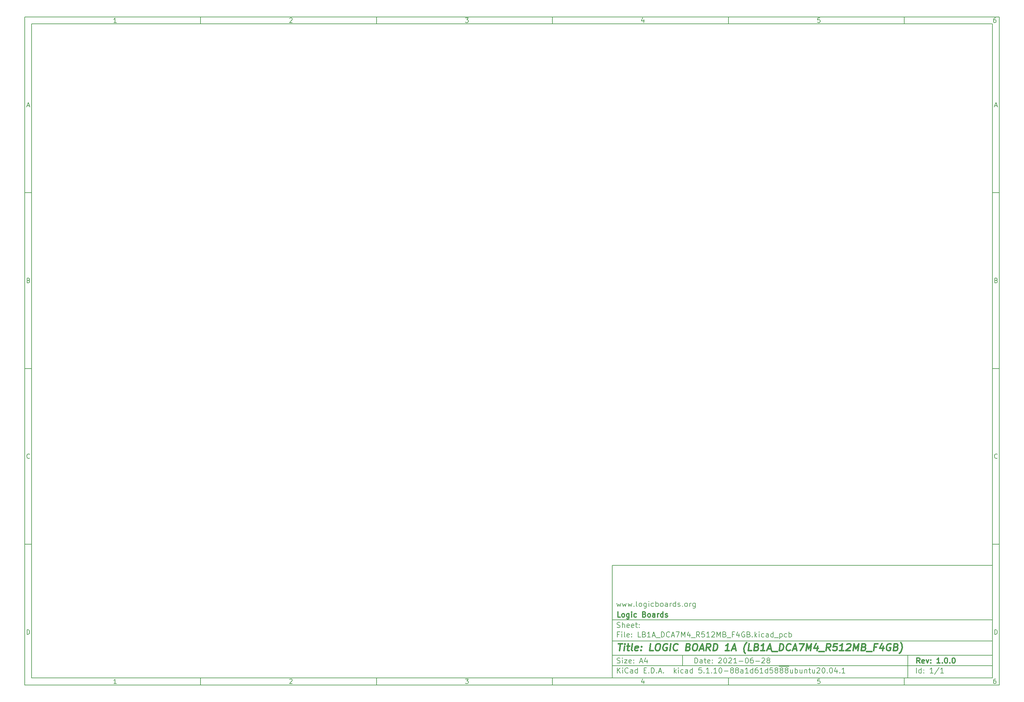
<source format=gbr>
%TF.GenerationSoftware,KiCad,Pcbnew,5.1.10-88a1d61d58~88~ubuntu20.04.1*%
%TF.CreationDate,2021-06-28T11:18:36+05:30*%
%TF.ProjectId,LB1A_DCA7M4_R512MB_F4GB,4c423141-5f44-4434-9137-4d345f523531,1.0.0*%
%TF.SameCoordinates,Original*%
%TF.FileFunction,Other,User*%
%FSLAX46Y46*%
G04 Gerber Fmt 4.6, Leading zero omitted, Abs format (unit mm)*
G04 Created by KiCad (PCBNEW 5.1.10-88a1d61d58~88~ubuntu20.04.1) date 2021-06-28 11:18:36*
%MOMM*%
%LPD*%
G01*
G04 APERTURE LIST*
%ADD10C,0.100000*%
%ADD11C,0.150000*%
%ADD12C,0.300000*%
%ADD13C,0.400000*%
G04 APERTURE END LIST*
D10*
D11*
X177002200Y-166007200D02*
X177002200Y-198007200D01*
X285002200Y-198007200D01*
X285002200Y-166007200D01*
X177002200Y-166007200D01*
D10*
D11*
X10000000Y-10000000D02*
X10000000Y-200007200D01*
X287002200Y-200007200D01*
X287002200Y-10000000D01*
X10000000Y-10000000D01*
D10*
D11*
X12000000Y-12000000D02*
X12000000Y-198007200D01*
X285002200Y-198007200D01*
X285002200Y-12000000D01*
X12000000Y-12000000D01*
D10*
D11*
X60000000Y-12000000D02*
X60000000Y-10000000D01*
D10*
D11*
X110000000Y-12000000D02*
X110000000Y-10000000D01*
D10*
D11*
X160000000Y-12000000D02*
X160000000Y-10000000D01*
D10*
D11*
X210000000Y-12000000D02*
X210000000Y-10000000D01*
D10*
D11*
X260000000Y-12000000D02*
X260000000Y-10000000D01*
D10*
D11*
X36065476Y-11588095D02*
X35322619Y-11588095D01*
X35694047Y-11588095D02*
X35694047Y-10288095D01*
X35570238Y-10473809D01*
X35446428Y-10597619D01*
X35322619Y-10659523D01*
D10*
D11*
X85322619Y-10411904D02*
X85384523Y-10350000D01*
X85508333Y-10288095D01*
X85817857Y-10288095D01*
X85941666Y-10350000D01*
X86003571Y-10411904D01*
X86065476Y-10535714D01*
X86065476Y-10659523D01*
X86003571Y-10845238D01*
X85260714Y-11588095D01*
X86065476Y-11588095D01*
D10*
D11*
X135260714Y-10288095D02*
X136065476Y-10288095D01*
X135632142Y-10783333D01*
X135817857Y-10783333D01*
X135941666Y-10845238D01*
X136003571Y-10907142D01*
X136065476Y-11030952D01*
X136065476Y-11340476D01*
X136003571Y-11464285D01*
X135941666Y-11526190D01*
X135817857Y-11588095D01*
X135446428Y-11588095D01*
X135322619Y-11526190D01*
X135260714Y-11464285D01*
D10*
D11*
X185941666Y-10721428D02*
X185941666Y-11588095D01*
X185632142Y-10226190D02*
X185322619Y-11154761D01*
X186127380Y-11154761D01*
D10*
D11*
X236003571Y-10288095D02*
X235384523Y-10288095D01*
X235322619Y-10907142D01*
X235384523Y-10845238D01*
X235508333Y-10783333D01*
X235817857Y-10783333D01*
X235941666Y-10845238D01*
X236003571Y-10907142D01*
X236065476Y-11030952D01*
X236065476Y-11340476D01*
X236003571Y-11464285D01*
X235941666Y-11526190D01*
X235817857Y-11588095D01*
X235508333Y-11588095D01*
X235384523Y-11526190D01*
X235322619Y-11464285D01*
D10*
D11*
X285941666Y-10288095D02*
X285694047Y-10288095D01*
X285570238Y-10350000D01*
X285508333Y-10411904D01*
X285384523Y-10597619D01*
X285322619Y-10845238D01*
X285322619Y-11340476D01*
X285384523Y-11464285D01*
X285446428Y-11526190D01*
X285570238Y-11588095D01*
X285817857Y-11588095D01*
X285941666Y-11526190D01*
X286003571Y-11464285D01*
X286065476Y-11340476D01*
X286065476Y-11030952D01*
X286003571Y-10907142D01*
X285941666Y-10845238D01*
X285817857Y-10783333D01*
X285570238Y-10783333D01*
X285446428Y-10845238D01*
X285384523Y-10907142D01*
X285322619Y-11030952D01*
D10*
D11*
X60000000Y-198007200D02*
X60000000Y-200007200D01*
D10*
D11*
X110000000Y-198007200D02*
X110000000Y-200007200D01*
D10*
D11*
X160000000Y-198007200D02*
X160000000Y-200007200D01*
D10*
D11*
X210000000Y-198007200D02*
X210000000Y-200007200D01*
D10*
D11*
X260000000Y-198007200D02*
X260000000Y-200007200D01*
D10*
D11*
X36065476Y-199595295D02*
X35322619Y-199595295D01*
X35694047Y-199595295D02*
X35694047Y-198295295D01*
X35570238Y-198481009D01*
X35446428Y-198604819D01*
X35322619Y-198666723D01*
D10*
D11*
X85322619Y-198419104D02*
X85384523Y-198357200D01*
X85508333Y-198295295D01*
X85817857Y-198295295D01*
X85941666Y-198357200D01*
X86003571Y-198419104D01*
X86065476Y-198542914D01*
X86065476Y-198666723D01*
X86003571Y-198852438D01*
X85260714Y-199595295D01*
X86065476Y-199595295D01*
D10*
D11*
X135260714Y-198295295D02*
X136065476Y-198295295D01*
X135632142Y-198790533D01*
X135817857Y-198790533D01*
X135941666Y-198852438D01*
X136003571Y-198914342D01*
X136065476Y-199038152D01*
X136065476Y-199347676D01*
X136003571Y-199471485D01*
X135941666Y-199533390D01*
X135817857Y-199595295D01*
X135446428Y-199595295D01*
X135322619Y-199533390D01*
X135260714Y-199471485D01*
D10*
D11*
X185941666Y-198728628D02*
X185941666Y-199595295D01*
X185632142Y-198233390D02*
X185322619Y-199161961D01*
X186127380Y-199161961D01*
D10*
D11*
X236003571Y-198295295D02*
X235384523Y-198295295D01*
X235322619Y-198914342D01*
X235384523Y-198852438D01*
X235508333Y-198790533D01*
X235817857Y-198790533D01*
X235941666Y-198852438D01*
X236003571Y-198914342D01*
X236065476Y-199038152D01*
X236065476Y-199347676D01*
X236003571Y-199471485D01*
X235941666Y-199533390D01*
X235817857Y-199595295D01*
X235508333Y-199595295D01*
X235384523Y-199533390D01*
X235322619Y-199471485D01*
D10*
D11*
X285941666Y-198295295D02*
X285694047Y-198295295D01*
X285570238Y-198357200D01*
X285508333Y-198419104D01*
X285384523Y-198604819D01*
X285322619Y-198852438D01*
X285322619Y-199347676D01*
X285384523Y-199471485D01*
X285446428Y-199533390D01*
X285570238Y-199595295D01*
X285817857Y-199595295D01*
X285941666Y-199533390D01*
X286003571Y-199471485D01*
X286065476Y-199347676D01*
X286065476Y-199038152D01*
X286003571Y-198914342D01*
X285941666Y-198852438D01*
X285817857Y-198790533D01*
X285570238Y-198790533D01*
X285446428Y-198852438D01*
X285384523Y-198914342D01*
X285322619Y-199038152D01*
D10*
D11*
X10000000Y-60000000D02*
X12000000Y-60000000D01*
D10*
D11*
X10000000Y-110000000D02*
X12000000Y-110000000D01*
D10*
D11*
X10000000Y-160000000D02*
X12000000Y-160000000D01*
D10*
D11*
X10690476Y-35216666D02*
X11309523Y-35216666D01*
X10566666Y-35588095D02*
X11000000Y-34288095D01*
X11433333Y-35588095D01*
D10*
D11*
X11092857Y-84907142D02*
X11278571Y-84969047D01*
X11340476Y-85030952D01*
X11402380Y-85154761D01*
X11402380Y-85340476D01*
X11340476Y-85464285D01*
X11278571Y-85526190D01*
X11154761Y-85588095D01*
X10659523Y-85588095D01*
X10659523Y-84288095D01*
X11092857Y-84288095D01*
X11216666Y-84350000D01*
X11278571Y-84411904D01*
X11340476Y-84535714D01*
X11340476Y-84659523D01*
X11278571Y-84783333D01*
X11216666Y-84845238D01*
X11092857Y-84907142D01*
X10659523Y-84907142D01*
D10*
D11*
X11402380Y-135464285D02*
X11340476Y-135526190D01*
X11154761Y-135588095D01*
X11030952Y-135588095D01*
X10845238Y-135526190D01*
X10721428Y-135402380D01*
X10659523Y-135278571D01*
X10597619Y-135030952D01*
X10597619Y-134845238D01*
X10659523Y-134597619D01*
X10721428Y-134473809D01*
X10845238Y-134350000D01*
X11030952Y-134288095D01*
X11154761Y-134288095D01*
X11340476Y-134350000D01*
X11402380Y-134411904D01*
D10*
D11*
X10659523Y-185588095D02*
X10659523Y-184288095D01*
X10969047Y-184288095D01*
X11154761Y-184350000D01*
X11278571Y-184473809D01*
X11340476Y-184597619D01*
X11402380Y-184845238D01*
X11402380Y-185030952D01*
X11340476Y-185278571D01*
X11278571Y-185402380D01*
X11154761Y-185526190D01*
X10969047Y-185588095D01*
X10659523Y-185588095D01*
D10*
D11*
X287002200Y-60000000D02*
X285002200Y-60000000D01*
D10*
D11*
X287002200Y-110000000D02*
X285002200Y-110000000D01*
D10*
D11*
X287002200Y-160000000D02*
X285002200Y-160000000D01*
D10*
D11*
X285692676Y-35216666D02*
X286311723Y-35216666D01*
X285568866Y-35588095D02*
X286002200Y-34288095D01*
X286435533Y-35588095D01*
D10*
D11*
X286095057Y-84907142D02*
X286280771Y-84969047D01*
X286342676Y-85030952D01*
X286404580Y-85154761D01*
X286404580Y-85340476D01*
X286342676Y-85464285D01*
X286280771Y-85526190D01*
X286156961Y-85588095D01*
X285661723Y-85588095D01*
X285661723Y-84288095D01*
X286095057Y-84288095D01*
X286218866Y-84350000D01*
X286280771Y-84411904D01*
X286342676Y-84535714D01*
X286342676Y-84659523D01*
X286280771Y-84783333D01*
X286218866Y-84845238D01*
X286095057Y-84907142D01*
X285661723Y-84907142D01*
D10*
D11*
X286404580Y-135464285D02*
X286342676Y-135526190D01*
X286156961Y-135588095D01*
X286033152Y-135588095D01*
X285847438Y-135526190D01*
X285723628Y-135402380D01*
X285661723Y-135278571D01*
X285599819Y-135030952D01*
X285599819Y-134845238D01*
X285661723Y-134597619D01*
X285723628Y-134473809D01*
X285847438Y-134350000D01*
X286033152Y-134288095D01*
X286156961Y-134288095D01*
X286342676Y-134350000D01*
X286404580Y-134411904D01*
D10*
D11*
X285661723Y-185588095D02*
X285661723Y-184288095D01*
X285971247Y-184288095D01*
X286156961Y-184350000D01*
X286280771Y-184473809D01*
X286342676Y-184597619D01*
X286404580Y-184845238D01*
X286404580Y-185030952D01*
X286342676Y-185278571D01*
X286280771Y-185402380D01*
X286156961Y-185526190D01*
X285971247Y-185588095D01*
X285661723Y-185588095D01*
D10*
D11*
X200434342Y-193785771D02*
X200434342Y-192285771D01*
X200791485Y-192285771D01*
X201005771Y-192357200D01*
X201148628Y-192500057D01*
X201220057Y-192642914D01*
X201291485Y-192928628D01*
X201291485Y-193142914D01*
X201220057Y-193428628D01*
X201148628Y-193571485D01*
X201005771Y-193714342D01*
X200791485Y-193785771D01*
X200434342Y-193785771D01*
X202577200Y-193785771D02*
X202577200Y-193000057D01*
X202505771Y-192857200D01*
X202362914Y-192785771D01*
X202077200Y-192785771D01*
X201934342Y-192857200D01*
X202577200Y-193714342D02*
X202434342Y-193785771D01*
X202077200Y-193785771D01*
X201934342Y-193714342D01*
X201862914Y-193571485D01*
X201862914Y-193428628D01*
X201934342Y-193285771D01*
X202077200Y-193214342D01*
X202434342Y-193214342D01*
X202577200Y-193142914D01*
X203077200Y-192785771D02*
X203648628Y-192785771D01*
X203291485Y-192285771D02*
X203291485Y-193571485D01*
X203362914Y-193714342D01*
X203505771Y-193785771D01*
X203648628Y-193785771D01*
X204720057Y-193714342D02*
X204577200Y-193785771D01*
X204291485Y-193785771D01*
X204148628Y-193714342D01*
X204077200Y-193571485D01*
X204077200Y-193000057D01*
X204148628Y-192857200D01*
X204291485Y-192785771D01*
X204577200Y-192785771D01*
X204720057Y-192857200D01*
X204791485Y-193000057D01*
X204791485Y-193142914D01*
X204077200Y-193285771D01*
X205434342Y-193642914D02*
X205505771Y-193714342D01*
X205434342Y-193785771D01*
X205362914Y-193714342D01*
X205434342Y-193642914D01*
X205434342Y-193785771D01*
X205434342Y-192857200D02*
X205505771Y-192928628D01*
X205434342Y-193000057D01*
X205362914Y-192928628D01*
X205434342Y-192857200D01*
X205434342Y-193000057D01*
X207220057Y-192428628D02*
X207291485Y-192357200D01*
X207434342Y-192285771D01*
X207791485Y-192285771D01*
X207934342Y-192357200D01*
X208005771Y-192428628D01*
X208077200Y-192571485D01*
X208077200Y-192714342D01*
X208005771Y-192928628D01*
X207148628Y-193785771D01*
X208077200Y-193785771D01*
X209005771Y-192285771D02*
X209148628Y-192285771D01*
X209291485Y-192357200D01*
X209362914Y-192428628D01*
X209434342Y-192571485D01*
X209505771Y-192857200D01*
X209505771Y-193214342D01*
X209434342Y-193500057D01*
X209362914Y-193642914D01*
X209291485Y-193714342D01*
X209148628Y-193785771D01*
X209005771Y-193785771D01*
X208862914Y-193714342D01*
X208791485Y-193642914D01*
X208720057Y-193500057D01*
X208648628Y-193214342D01*
X208648628Y-192857200D01*
X208720057Y-192571485D01*
X208791485Y-192428628D01*
X208862914Y-192357200D01*
X209005771Y-192285771D01*
X210077200Y-192428628D02*
X210148628Y-192357200D01*
X210291485Y-192285771D01*
X210648628Y-192285771D01*
X210791485Y-192357200D01*
X210862914Y-192428628D01*
X210934342Y-192571485D01*
X210934342Y-192714342D01*
X210862914Y-192928628D01*
X210005771Y-193785771D01*
X210934342Y-193785771D01*
X212362914Y-193785771D02*
X211505771Y-193785771D01*
X211934342Y-193785771D02*
X211934342Y-192285771D01*
X211791485Y-192500057D01*
X211648628Y-192642914D01*
X211505771Y-192714342D01*
X213005771Y-193214342D02*
X214148628Y-193214342D01*
X215148628Y-192285771D02*
X215291485Y-192285771D01*
X215434342Y-192357200D01*
X215505771Y-192428628D01*
X215577200Y-192571485D01*
X215648628Y-192857200D01*
X215648628Y-193214342D01*
X215577200Y-193500057D01*
X215505771Y-193642914D01*
X215434342Y-193714342D01*
X215291485Y-193785771D01*
X215148628Y-193785771D01*
X215005771Y-193714342D01*
X214934342Y-193642914D01*
X214862914Y-193500057D01*
X214791485Y-193214342D01*
X214791485Y-192857200D01*
X214862914Y-192571485D01*
X214934342Y-192428628D01*
X215005771Y-192357200D01*
X215148628Y-192285771D01*
X216934342Y-192285771D02*
X216648628Y-192285771D01*
X216505771Y-192357200D01*
X216434342Y-192428628D01*
X216291485Y-192642914D01*
X216220057Y-192928628D01*
X216220057Y-193500057D01*
X216291485Y-193642914D01*
X216362914Y-193714342D01*
X216505771Y-193785771D01*
X216791485Y-193785771D01*
X216934342Y-193714342D01*
X217005771Y-193642914D01*
X217077200Y-193500057D01*
X217077200Y-193142914D01*
X217005771Y-193000057D01*
X216934342Y-192928628D01*
X216791485Y-192857200D01*
X216505771Y-192857200D01*
X216362914Y-192928628D01*
X216291485Y-193000057D01*
X216220057Y-193142914D01*
X217720057Y-193214342D02*
X218862914Y-193214342D01*
X219505771Y-192428628D02*
X219577200Y-192357200D01*
X219720057Y-192285771D01*
X220077200Y-192285771D01*
X220220057Y-192357200D01*
X220291485Y-192428628D01*
X220362914Y-192571485D01*
X220362914Y-192714342D01*
X220291485Y-192928628D01*
X219434342Y-193785771D01*
X220362914Y-193785771D01*
X221220057Y-192928628D02*
X221077200Y-192857200D01*
X221005771Y-192785771D01*
X220934342Y-192642914D01*
X220934342Y-192571485D01*
X221005771Y-192428628D01*
X221077200Y-192357200D01*
X221220057Y-192285771D01*
X221505771Y-192285771D01*
X221648628Y-192357200D01*
X221720057Y-192428628D01*
X221791485Y-192571485D01*
X221791485Y-192642914D01*
X221720057Y-192785771D01*
X221648628Y-192857200D01*
X221505771Y-192928628D01*
X221220057Y-192928628D01*
X221077200Y-193000057D01*
X221005771Y-193071485D01*
X220934342Y-193214342D01*
X220934342Y-193500057D01*
X221005771Y-193642914D01*
X221077200Y-193714342D01*
X221220057Y-193785771D01*
X221505771Y-193785771D01*
X221648628Y-193714342D01*
X221720057Y-193642914D01*
X221791485Y-193500057D01*
X221791485Y-193214342D01*
X221720057Y-193071485D01*
X221648628Y-193000057D01*
X221505771Y-192928628D01*
D10*
D11*
X177002200Y-194507200D02*
X285002200Y-194507200D01*
D10*
D11*
X178434342Y-196585771D02*
X178434342Y-195085771D01*
X179291485Y-196585771D02*
X178648628Y-195728628D01*
X179291485Y-195085771D02*
X178434342Y-195942914D01*
X179934342Y-196585771D02*
X179934342Y-195585771D01*
X179934342Y-195085771D02*
X179862914Y-195157200D01*
X179934342Y-195228628D01*
X180005771Y-195157200D01*
X179934342Y-195085771D01*
X179934342Y-195228628D01*
X181505771Y-196442914D02*
X181434342Y-196514342D01*
X181220057Y-196585771D01*
X181077200Y-196585771D01*
X180862914Y-196514342D01*
X180720057Y-196371485D01*
X180648628Y-196228628D01*
X180577200Y-195942914D01*
X180577200Y-195728628D01*
X180648628Y-195442914D01*
X180720057Y-195300057D01*
X180862914Y-195157200D01*
X181077200Y-195085771D01*
X181220057Y-195085771D01*
X181434342Y-195157200D01*
X181505771Y-195228628D01*
X182791485Y-196585771D02*
X182791485Y-195800057D01*
X182720057Y-195657200D01*
X182577200Y-195585771D01*
X182291485Y-195585771D01*
X182148628Y-195657200D01*
X182791485Y-196514342D02*
X182648628Y-196585771D01*
X182291485Y-196585771D01*
X182148628Y-196514342D01*
X182077200Y-196371485D01*
X182077200Y-196228628D01*
X182148628Y-196085771D01*
X182291485Y-196014342D01*
X182648628Y-196014342D01*
X182791485Y-195942914D01*
X184148628Y-196585771D02*
X184148628Y-195085771D01*
X184148628Y-196514342D02*
X184005771Y-196585771D01*
X183720057Y-196585771D01*
X183577200Y-196514342D01*
X183505771Y-196442914D01*
X183434342Y-196300057D01*
X183434342Y-195871485D01*
X183505771Y-195728628D01*
X183577200Y-195657200D01*
X183720057Y-195585771D01*
X184005771Y-195585771D01*
X184148628Y-195657200D01*
X186005771Y-195800057D02*
X186505771Y-195800057D01*
X186720057Y-196585771D02*
X186005771Y-196585771D01*
X186005771Y-195085771D01*
X186720057Y-195085771D01*
X187362914Y-196442914D02*
X187434342Y-196514342D01*
X187362914Y-196585771D01*
X187291485Y-196514342D01*
X187362914Y-196442914D01*
X187362914Y-196585771D01*
X188077200Y-196585771D02*
X188077200Y-195085771D01*
X188434342Y-195085771D01*
X188648628Y-195157200D01*
X188791485Y-195300057D01*
X188862914Y-195442914D01*
X188934342Y-195728628D01*
X188934342Y-195942914D01*
X188862914Y-196228628D01*
X188791485Y-196371485D01*
X188648628Y-196514342D01*
X188434342Y-196585771D01*
X188077200Y-196585771D01*
X189577200Y-196442914D02*
X189648628Y-196514342D01*
X189577200Y-196585771D01*
X189505771Y-196514342D01*
X189577200Y-196442914D01*
X189577200Y-196585771D01*
X190220057Y-196157200D02*
X190934342Y-196157200D01*
X190077200Y-196585771D02*
X190577200Y-195085771D01*
X191077200Y-196585771D01*
X191577200Y-196442914D02*
X191648628Y-196514342D01*
X191577200Y-196585771D01*
X191505771Y-196514342D01*
X191577200Y-196442914D01*
X191577200Y-196585771D01*
X194577200Y-196585771D02*
X194577200Y-195085771D01*
X194720057Y-196014342D02*
X195148628Y-196585771D01*
X195148628Y-195585771D02*
X194577200Y-196157200D01*
X195791485Y-196585771D02*
X195791485Y-195585771D01*
X195791485Y-195085771D02*
X195720057Y-195157200D01*
X195791485Y-195228628D01*
X195862914Y-195157200D01*
X195791485Y-195085771D01*
X195791485Y-195228628D01*
X197148628Y-196514342D02*
X197005771Y-196585771D01*
X196720057Y-196585771D01*
X196577200Y-196514342D01*
X196505771Y-196442914D01*
X196434342Y-196300057D01*
X196434342Y-195871485D01*
X196505771Y-195728628D01*
X196577200Y-195657200D01*
X196720057Y-195585771D01*
X197005771Y-195585771D01*
X197148628Y-195657200D01*
X198434342Y-196585771D02*
X198434342Y-195800057D01*
X198362914Y-195657200D01*
X198220057Y-195585771D01*
X197934342Y-195585771D01*
X197791485Y-195657200D01*
X198434342Y-196514342D02*
X198291485Y-196585771D01*
X197934342Y-196585771D01*
X197791485Y-196514342D01*
X197720057Y-196371485D01*
X197720057Y-196228628D01*
X197791485Y-196085771D01*
X197934342Y-196014342D01*
X198291485Y-196014342D01*
X198434342Y-195942914D01*
X199791485Y-196585771D02*
X199791485Y-195085771D01*
X199791485Y-196514342D02*
X199648628Y-196585771D01*
X199362914Y-196585771D01*
X199220057Y-196514342D01*
X199148628Y-196442914D01*
X199077200Y-196300057D01*
X199077200Y-195871485D01*
X199148628Y-195728628D01*
X199220057Y-195657200D01*
X199362914Y-195585771D01*
X199648628Y-195585771D01*
X199791485Y-195657200D01*
X202362914Y-195085771D02*
X201648628Y-195085771D01*
X201577200Y-195800057D01*
X201648628Y-195728628D01*
X201791485Y-195657200D01*
X202148628Y-195657200D01*
X202291485Y-195728628D01*
X202362914Y-195800057D01*
X202434342Y-195942914D01*
X202434342Y-196300057D01*
X202362914Y-196442914D01*
X202291485Y-196514342D01*
X202148628Y-196585771D01*
X201791485Y-196585771D01*
X201648628Y-196514342D01*
X201577200Y-196442914D01*
X203077200Y-196442914D02*
X203148628Y-196514342D01*
X203077200Y-196585771D01*
X203005771Y-196514342D01*
X203077200Y-196442914D01*
X203077200Y-196585771D01*
X204577200Y-196585771D02*
X203720057Y-196585771D01*
X204148628Y-196585771D02*
X204148628Y-195085771D01*
X204005771Y-195300057D01*
X203862914Y-195442914D01*
X203720057Y-195514342D01*
X205220057Y-196442914D02*
X205291485Y-196514342D01*
X205220057Y-196585771D01*
X205148628Y-196514342D01*
X205220057Y-196442914D01*
X205220057Y-196585771D01*
X206720057Y-196585771D02*
X205862914Y-196585771D01*
X206291485Y-196585771D02*
X206291485Y-195085771D01*
X206148628Y-195300057D01*
X206005771Y-195442914D01*
X205862914Y-195514342D01*
X207648628Y-195085771D02*
X207791485Y-195085771D01*
X207934342Y-195157200D01*
X208005771Y-195228628D01*
X208077200Y-195371485D01*
X208148628Y-195657200D01*
X208148628Y-196014342D01*
X208077200Y-196300057D01*
X208005771Y-196442914D01*
X207934342Y-196514342D01*
X207791485Y-196585771D01*
X207648628Y-196585771D01*
X207505771Y-196514342D01*
X207434342Y-196442914D01*
X207362914Y-196300057D01*
X207291485Y-196014342D01*
X207291485Y-195657200D01*
X207362914Y-195371485D01*
X207434342Y-195228628D01*
X207505771Y-195157200D01*
X207648628Y-195085771D01*
X208791485Y-196014342D02*
X209934342Y-196014342D01*
X210862914Y-195728628D02*
X210720057Y-195657200D01*
X210648628Y-195585771D01*
X210577200Y-195442914D01*
X210577200Y-195371485D01*
X210648628Y-195228628D01*
X210720057Y-195157200D01*
X210862914Y-195085771D01*
X211148628Y-195085771D01*
X211291485Y-195157200D01*
X211362914Y-195228628D01*
X211434342Y-195371485D01*
X211434342Y-195442914D01*
X211362914Y-195585771D01*
X211291485Y-195657200D01*
X211148628Y-195728628D01*
X210862914Y-195728628D01*
X210720057Y-195800057D01*
X210648628Y-195871485D01*
X210577200Y-196014342D01*
X210577200Y-196300057D01*
X210648628Y-196442914D01*
X210720057Y-196514342D01*
X210862914Y-196585771D01*
X211148628Y-196585771D01*
X211291485Y-196514342D01*
X211362914Y-196442914D01*
X211434342Y-196300057D01*
X211434342Y-196014342D01*
X211362914Y-195871485D01*
X211291485Y-195800057D01*
X211148628Y-195728628D01*
X212291485Y-195728628D02*
X212148628Y-195657200D01*
X212077200Y-195585771D01*
X212005771Y-195442914D01*
X212005771Y-195371485D01*
X212077200Y-195228628D01*
X212148628Y-195157200D01*
X212291485Y-195085771D01*
X212577200Y-195085771D01*
X212720057Y-195157200D01*
X212791485Y-195228628D01*
X212862914Y-195371485D01*
X212862914Y-195442914D01*
X212791485Y-195585771D01*
X212720057Y-195657200D01*
X212577200Y-195728628D01*
X212291485Y-195728628D01*
X212148628Y-195800057D01*
X212077200Y-195871485D01*
X212005771Y-196014342D01*
X212005771Y-196300057D01*
X212077200Y-196442914D01*
X212148628Y-196514342D01*
X212291485Y-196585771D01*
X212577200Y-196585771D01*
X212720057Y-196514342D01*
X212791485Y-196442914D01*
X212862914Y-196300057D01*
X212862914Y-196014342D01*
X212791485Y-195871485D01*
X212720057Y-195800057D01*
X212577200Y-195728628D01*
X214148628Y-196585771D02*
X214148628Y-195800057D01*
X214077200Y-195657200D01*
X213934342Y-195585771D01*
X213648628Y-195585771D01*
X213505771Y-195657200D01*
X214148628Y-196514342D02*
X214005771Y-196585771D01*
X213648628Y-196585771D01*
X213505771Y-196514342D01*
X213434342Y-196371485D01*
X213434342Y-196228628D01*
X213505771Y-196085771D01*
X213648628Y-196014342D01*
X214005771Y-196014342D01*
X214148628Y-195942914D01*
X215648628Y-196585771D02*
X214791485Y-196585771D01*
X215220057Y-196585771D02*
X215220057Y-195085771D01*
X215077200Y-195300057D01*
X214934342Y-195442914D01*
X214791485Y-195514342D01*
X216934342Y-196585771D02*
X216934342Y-195085771D01*
X216934342Y-196514342D02*
X216791485Y-196585771D01*
X216505771Y-196585771D01*
X216362914Y-196514342D01*
X216291485Y-196442914D01*
X216220057Y-196300057D01*
X216220057Y-195871485D01*
X216291485Y-195728628D01*
X216362914Y-195657200D01*
X216505771Y-195585771D01*
X216791485Y-195585771D01*
X216934342Y-195657200D01*
X218291485Y-195085771D02*
X218005771Y-195085771D01*
X217862914Y-195157200D01*
X217791485Y-195228628D01*
X217648628Y-195442914D01*
X217577200Y-195728628D01*
X217577200Y-196300057D01*
X217648628Y-196442914D01*
X217720057Y-196514342D01*
X217862914Y-196585771D01*
X218148628Y-196585771D01*
X218291485Y-196514342D01*
X218362914Y-196442914D01*
X218434342Y-196300057D01*
X218434342Y-195942914D01*
X218362914Y-195800057D01*
X218291485Y-195728628D01*
X218148628Y-195657200D01*
X217862914Y-195657200D01*
X217720057Y-195728628D01*
X217648628Y-195800057D01*
X217577200Y-195942914D01*
X219862914Y-196585771D02*
X219005771Y-196585771D01*
X219434342Y-196585771D02*
X219434342Y-195085771D01*
X219291485Y-195300057D01*
X219148628Y-195442914D01*
X219005771Y-195514342D01*
X221148628Y-196585771D02*
X221148628Y-195085771D01*
X221148628Y-196514342D02*
X221005771Y-196585771D01*
X220720057Y-196585771D01*
X220577200Y-196514342D01*
X220505771Y-196442914D01*
X220434342Y-196300057D01*
X220434342Y-195871485D01*
X220505771Y-195728628D01*
X220577200Y-195657200D01*
X220720057Y-195585771D01*
X221005771Y-195585771D01*
X221148628Y-195657200D01*
X222577200Y-195085771D02*
X221862914Y-195085771D01*
X221791485Y-195800057D01*
X221862914Y-195728628D01*
X222005771Y-195657200D01*
X222362914Y-195657200D01*
X222505771Y-195728628D01*
X222577200Y-195800057D01*
X222648628Y-195942914D01*
X222648628Y-196300057D01*
X222577200Y-196442914D01*
X222505771Y-196514342D01*
X222362914Y-196585771D01*
X222005771Y-196585771D01*
X221862914Y-196514342D01*
X221791485Y-196442914D01*
X223505771Y-195728628D02*
X223362914Y-195657200D01*
X223291485Y-195585771D01*
X223220057Y-195442914D01*
X223220057Y-195371485D01*
X223291485Y-195228628D01*
X223362914Y-195157200D01*
X223505771Y-195085771D01*
X223791485Y-195085771D01*
X223934342Y-195157200D01*
X224005771Y-195228628D01*
X224077200Y-195371485D01*
X224077200Y-195442914D01*
X224005771Y-195585771D01*
X223934342Y-195657200D01*
X223791485Y-195728628D01*
X223505771Y-195728628D01*
X223362914Y-195800057D01*
X223291485Y-195871485D01*
X223220057Y-196014342D01*
X223220057Y-196300057D01*
X223291485Y-196442914D01*
X223362914Y-196514342D01*
X223505771Y-196585771D01*
X223791485Y-196585771D01*
X223934342Y-196514342D01*
X224005771Y-196442914D01*
X224077200Y-196300057D01*
X224077200Y-196014342D01*
X224005771Y-195871485D01*
X223934342Y-195800057D01*
X223791485Y-195728628D01*
X224362914Y-194677200D02*
X225791485Y-194677200D01*
X224934342Y-195728628D02*
X224791485Y-195657200D01*
X224720057Y-195585771D01*
X224648628Y-195442914D01*
X224648628Y-195371485D01*
X224720057Y-195228628D01*
X224791485Y-195157200D01*
X224934342Y-195085771D01*
X225220057Y-195085771D01*
X225362914Y-195157200D01*
X225434342Y-195228628D01*
X225505771Y-195371485D01*
X225505771Y-195442914D01*
X225434342Y-195585771D01*
X225362914Y-195657200D01*
X225220057Y-195728628D01*
X224934342Y-195728628D01*
X224791485Y-195800057D01*
X224720057Y-195871485D01*
X224648628Y-196014342D01*
X224648628Y-196300057D01*
X224720057Y-196442914D01*
X224791485Y-196514342D01*
X224934342Y-196585771D01*
X225220057Y-196585771D01*
X225362914Y-196514342D01*
X225434342Y-196442914D01*
X225505771Y-196300057D01*
X225505771Y-196014342D01*
X225434342Y-195871485D01*
X225362914Y-195800057D01*
X225220057Y-195728628D01*
X225791485Y-194677200D02*
X227220057Y-194677200D01*
X226362914Y-195728628D02*
X226220057Y-195657200D01*
X226148628Y-195585771D01*
X226077199Y-195442914D01*
X226077199Y-195371485D01*
X226148628Y-195228628D01*
X226220057Y-195157200D01*
X226362914Y-195085771D01*
X226648628Y-195085771D01*
X226791485Y-195157200D01*
X226862914Y-195228628D01*
X226934342Y-195371485D01*
X226934342Y-195442914D01*
X226862914Y-195585771D01*
X226791485Y-195657200D01*
X226648628Y-195728628D01*
X226362914Y-195728628D01*
X226220057Y-195800057D01*
X226148628Y-195871485D01*
X226077199Y-196014342D01*
X226077199Y-196300057D01*
X226148628Y-196442914D01*
X226220057Y-196514342D01*
X226362914Y-196585771D01*
X226648628Y-196585771D01*
X226791485Y-196514342D01*
X226862914Y-196442914D01*
X226934342Y-196300057D01*
X226934342Y-196014342D01*
X226862914Y-195871485D01*
X226791485Y-195800057D01*
X226648628Y-195728628D01*
X228220057Y-195585771D02*
X228220057Y-196585771D01*
X227577199Y-195585771D02*
X227577199Y-196371485D01*
X227648628Y-196514342D01*
X227791485Y-196585771D01*
X228005771Y-196585771D01*
X228148628Y-196514342D01*
X228220057Y-196442914D01*
X228934342Y-196585771D02*
X228934342Y-195085771D01*
X228934342Y-195657200D02*
X229077199Y-195585771D01*
X229362914Y-195585771D01*
X229505771Y-195657200D01*
X229577199Y-195728628D01*
X229648628Y-195871485D01*
X229648628Y-196300057D01*
X229577199Y-196442914D01*
X229505771Y-196514342D01*
X229362914Y-196585771D01*
X229077199Y-196585771D01*
X228934342Y-196514342D01*
X230934342Y-195585771D02*
X230934342Y-196585771D01*
X230291485Y-195585771D02*
X230291485Y-196371485D01*
X230362914Y-196514342D01*
X230505771Y-196585771D01*
X230720057Y-196585771D01*
X230862914Y-196514342D01*
X230934342Y-196442914D01*
X231648628Y-195585771D02*
X231648628Y-196585771D01*
X231648628Y-195728628D02*
X231720057Y-195657200D01*
X231862914Y-195585771D01*
X232077199Y-195585771D01*
X232220057Y-195657200D01*
X232291485Y-195800057D01*
X232291485Y-196585771D01*
X232791485Y-195585771D02*
X233362914Y-195585771D01*
X233005771Y-195085771D02*
X233005771Y-196371485D01*
X233077199Y-196514342D01*
X233220057Y-196585771D01*
X233362914Y-196585771D01*
X234505771Y-195585771D02*
X234505771Y-196585771D01*
X233862914Y-195585771D02*
X233862914Y-196371485D01*
X233934342Y-196514342D01*
X234077200Y-196585771D01*
X234291485Y-196585771D01*
X234434342Y-196514342D01*
X234505771Y-196442914D01*
X235148628Y-195228628D02*
X235220057Y-195157200D01*
X235362914Y-195085771D01*
X235720057Y-195085771D01*
X235862914Y-195157200D01*
X235934342Y-195228628D01*
X236005771Y-195371485D01*
X236005771Y-195514342D01*
X235934342Y-195728628D01*
X235077200Y-196585771D01*
X236005771Y-196585771D01*
X236934342Y-195085771D02*
X237077199Y-195085771D01*
X237220057Y-195157200D01*
X237291485Y-195228628D01*
X237362914Y-195371485D01*
X237434342Y-195657200D01*
X237434342Y-196014342D01*
X237362914Y-196300057D01*
X237291485Y-196442914D01*
X237220057Y-196514342D01*
X237077199Y-196585771D01*
X236934342Y-196585771D01*
X236791485Y-196514342D01*
X236720057Y-196442914D01*
X236648628Y-196300057D01*
X236577199Y-196014342D01*
X236577199Y-195657200D01*
X236648628Y-195371485D01*
X236720057Y-195228628D01*
X236791485Y-195157200D01*
X236934342Y-195085771D01*
X238077199Y-196442914D02*
X238148628Y-196514342D01*
X238077199Y-196585771D01*
X238005771Y-196514342D01*
X238077199Y-196442914D01*
X238077199Y-196585771D01*
X239077199Y-195085771D02*
X239220057Y-195085771D01*
X239362914Y-195157200D01*
X239434342Y-195228628D01*
X239505771Y-195371485D01*
X239577199Y-195657200D01*
X239577199Y-196014342D01*
X239505771Y-196300057D01*
X239434342Y-196442914D01*
X239362914Y-196514342D01*
X239220057Y-196585771D01*
X239077199Y-196585771D01*
X238934342Y-196514342D01*
X238862914Y-196442914D01*
X238791485Y-196300057D01*
X238720057Y-196014342D01*
X238720057Y-195657200D01*
X238791485Y-195371485D01*
X238862914Y-195228628D01*
X238934342Y-195157200D01*
X239077199Y-195085771D01*
X240862914Y-195585771D02*
X240862914Y-196585771D01*
X240505771Y-195014342D02*
X240148628Y-196085771D01*
X241077199Y-196085771D01*
X241648628Y-196442914D02*
X241720057Y-196514342D01*
X241648628Y-196585771D01*
X241577199Y-196514342D01*
X241648628Y-196442914D01*
X241648628Y-196585771D01*
X243148628Y-196585771D02*
X242291485Y-196585771D01*
X242720057Y-196585771D02*
X242720057Y-195085771D01*
X242577199Y-195300057D01*
X242434342Y-195442914D01*
X242291485Y-195514342D01*
D10*
D11*
X177002200Y-191507200D02*
X285002200Y-191507200D01*
D10*
D12*
X264411485Y-193785771D02*
X263911485Y-193071485D01*
X263554342Y-193785771D02*
X263554342Y-192285771D01*
X264125771Y-192285771D01*
X264268628Y-192357200D01*
X264340057Y-192428628D01*
X264411485Y-192571485D01*
X264411485Y-192785771D01*
X264340057Y-192928628D01*
X264268628Y-193000057D01*
X264125771Y-193071485D01*
X263554342Y-193071485D01*
X265625771Y-193714342D02*
X265482914Y-193785771D01*
X265197200Y-193785771D01*
X265054342Y-193714342D01*
X264982914Y-193571485D01*
X264982914Y-193000057D01*
X265054342Y-192857200D01*
X265197200Y-192785771D01*
X265482914Y-192785771D01*
X265625771Y-192857200D01*
X265697200Y-193000057D01*
X265697200Y-193142914D01*
X264982914Y-193285771D01*
X266197200Y-192785771D02*
X266554342Y-193785771D01*
X266911485Y-192785771D01*
X267482914Y-193642914D02*
X267554342Y-193714342D01*
X267482914Y-193785771D01*
X267411485Y-193714342D01*
X267482914Y-193642914D01*
X267482914Y-193785771D01*
X267482914Y-192857200D02*
X267554342Y-192928628D01*
X267482914Y-193000057D01*
X267411485Y-192928628D01*
X267482914Y-192857200D01*
X267482914Y-193000057D01*
X270125771Y-193785771D02*
X269268628Y-193785771D01*
X269697200Y-193785771D02*
X269697200Y-192285771D01*
X269554342Y-192500057D01*
X269411485Y-192642914D01*
X269268628Y-192714342D01*
X270768628Y-193642914D02*
X270840057Y-193714342D01*
X270768628Y-193785771D01*
X270697200Y-193714342D01*
X270768628Y-193642914D01*
X270768628Y-193785771D01*
X271768628Y-192285771D02*
X271911485Y-192285771D01*
X272054342Y-192357200D01*
X272125771Y-192428628D01*
X272197200Y-192571485D01*
X272268628Y-192857200D01*
X272268628Y-193214342D01*
X272197200Y-193500057D01*
X272125771Y-193642914D01*
X272054342Y-193714342D01*
X271911485Y-193785771D01*
X271768628Y-193785771D01*
X271625771Y-193714342D01*
X271554342Y-193642914D01*
X271482914Y-193500057D01*
X271411485Y-193214342D01*
X271411485Y-192857200D01*
X271482914Y-192571485D01*
X271554342Y-192428628D01*
X271625771Y-192357200D01*
X271768628Y-192285771D01*
X272911485Y-193642914D02*
X272982914Y-193714342D01*
X272911485Y-193785771D01*
X272840057Y-193714342D01*
X272911485Y-193642914D01*
X272911485Y-193785771D01*
X273911485Y-192285771D02*
X274054342Y-192285771D01*
X274197200Y-192357200D01*
X274268628Y-192428628D01*
X274340057Y-192571485D01*
X274411485Y-192857200D01*
X274411485Y-193214342D01*
X274340057Y-193500057D01*
X274268628Y-193642914D01*
X274197200Y-193714342D01*
X274054342Y-193785771D01*
X273911485Y-193785771D01*
X273768628Y-193714342D01*
X273697200Y-193642914D01*
X273625771Y-193500057D01*
X273554342Y-193214342D01*
X273554342Y-192857200D01*
X273625771Y-192571485D01*
X273697200Y-192428628D01*
X273768628Y-192357200D01*
X273911485Y-192285771D01*
D10*
D11*
X178362914Y-193714342D02*
X178577200Y-193785771D01*
X178934342Y-193785771D01*
X179077200Y-193714342D01*
X179148628Y-193642914D01*
X179220057Y-193500057D01*
X179220057Y-193357200D01*
X179148628Y-193214342D01*
X179077200Y-193142914D01*
X178934342Y-193071485D01*
X178648628Y-193000057D01*
X178505771Y-192928628D01*
X178434342Y-192857200D01*
X178362914Y-192714342D01*
X178362914Y-192571485D01*
X178434342Y-192428628D01*
X178505771Y-192357200D01*
X178648628Y-192285771D01*
X179005771Y-192285771D01*
X179220057Y-192357200D01*
X179862914Y-193785771D02*
X179862914Y-192785771D01*
X179862914Y-192285771D02*
X179791485Y-192357200D01*
X179862914Y-192428628D01*
X179934342Y-192357200D01*
X179862914Y-192285771D01*
X179862914Y-192428628D01*
X180434342Y-192785771D02*
X181220057Y-192785771D01*
X180434342Y-193785771D01*
X181220057Y-193785771D01*
X182362914Y-193714342D02*
X182220057Y-193785771D01*
X181934342Y-193785771D01*
X181791485Y-193714342D01*
X181720057Y-193571485D01*
X181720057Y-193000057D01*
X181791485Y-192857200D01*
X181934342Y-192785771D01*
X182220057Y-192785771D01*
X182362914Y-192857200D01*
X182434342Y-193000057D01*
X182434342Y-193142914D01*
X181720057Y-193285771D01*
X183077200Y-193642914D02*
X183148628Y-193714342D01*
X183077200Y-193785771D01*
X183005771Y-193714342D01*
X183077200Y-193642914D01*
X183077200Y-193785771D01*
X183077200Y-192857200D02*
X183148628Y-192928628D01*
X183077200Y-193000057D01*
X183005771Y-192928628D01*
X183077200Y-192857200D01*
X183077200Y-193000057D01*
X184862914Y-193357200D02*
X185577200Y-193357200D01*
X184720057Y-193785771D02*
X185220057Y-192285771D01*
X185720057Y-193785771D01*
X186862914Y-192785771D02*
X186862914Y-193785771D01*
X186505771Y-192214342D02*
X186148628Y-193285771D01*
X187077200Y-193285771D01*
D10*
D11*
X263434342Y-196585771D02*
X263434342Y-195085771D01*
X264791485Y-196585771D02*
X264791485Y-195085771D01*
X264791485Y-196514342D02*
X264648628Y-196585771D01*
X264362914Y-196585771D01*
X264220057Y-196514342D01*
X264148628Y-196442914D01*
X264077200Y-196300057D01*
X264077200Y-195871485D01*
X264148628Y-195728628D01*
X264220057Y-195657200D01*
X264362914Y-195585771D01*
X264648628Y-195585771D01*
X264791485Y-195657200D01*
X265505771Y-196442914D02*
X265577200Y-196514342D01*
X265505771Y-196585771D01*
X265434342Y-196514342D01*
X265505771Y-196442914D01*
X265505771Y-196585771D01*
X265505771Y-195657200D02*
X265577200Y-195728628D01*
X265505771Y-195800057D01*
X265434342Y-195728628D01*
X265505771Y-195657200D01*
X265505771Y-195800057D01*
X268148628Y-196585771D02*
X267291485Y-196585771D01*
X267720057Y-196585771D02*
X267720057Y-195085771D01*
X267577200Y-195300057D01*
X267434342Y-195442914D01*
X267291485Y-195514342D01*
X269862914Y-195014342D02*
X268577200Y-196942914D01*
X271148628Y-196585771D02*
X270291485Y-196585771D01*
X270720057Y-196585771D02*
X270720057Y-195085771D01*
X270577200Y-195300057D01*
X270434342Y-195442914D01*
X270291485Y-195514342D01*
D10*
D11*
X177002200Y-187507200D02*
X285002200Y-187507200D01*
D10*
D13*
X178714580Y-188211961D02*
X179857438Y-188211961D01*
X179036009Y-190211961D02*
X179286009Y-188211961D01*
X180274104Y-190211961D02*
X180440771Y-188878628D01*
X180524104Y-188211961D02*
X180416961Y-188307200D01*
X180500295Y-188402438D01*
X180607438Y-188307200D01*
X180524104Y-188211961D01*
X180500295Y-188402438D01*
X181107438Y-188878628D02*
X181869342Y-188878628D01*
X181476485Y-188211961D02*
X181262200Y-189926247D01*
X181333628Y-190116723D01*
X181512200Y-190211961D01*
X181702676Y-190211961D01*
X182655057Y-190211961D02*
X182476485Y-190116723D01*
X182405057Y-189926247D01*
X182619342Y-188211961D01*
X184190771Y-190116723D02*
X183988390Y-190211961D01*
X183607438Y-190211961D01*
X183428866Y-190116723D01*
X183357438Y-189926247D01*
X183452676Y-189164342D01*
X183571723Y-188973866D01*
X183774104Y-188878628D01*
X184155057Y-188878628D01*
X184333628Y-188973866D01*
X184405057Y-189164342D01*
X184381247Y-189354819D01*
X183405057Y-189545295D01*
X185155057Y-190021485D02*
X185238390Y-190116723D01*
X185131247Y-190211961D01*
X185047914Y-190116723D01*
X185155057Y-190021485D01*
X185131247Y-190211961D01*
X185286009Y-188973866D02*
X185369342Y-189069104D01*
X185262200Y-189164342D01*
X185178866Y-189069104D01*
X185286009Y-188973866D01*
X185262200Y-189164342D01*
X188559819Y-190211961D02*
X187607438Y-190211961D01*
X187857438Y-188211961D01*
X189857438Y-188211961D02*
X190238390Y-188211961D01*
X190416961Y-188307200D01*
X190583628Y-188497676D01*
X190631247Y-188878628D01*
X190547914Y-189545295D01*
X190405057Y-189926247D01*
X190190771Y-190116723D01*
X189988390Y-190211961D01*
X189607438Y-190211961D01*
X189428866Y-190116723D01*
X189262200Y-189926247D01*
X189214580Y-189545295D01*
X189297914Y-188878628D01*
X189440771Y-188497676D01*
X189655057Y-188307200D01*
X189857438Y-188211961D01*
X192607438Y-188307200D02*
X192428866Y-188211961D01*
X192143152Y-188211961D01*
X191845533Y-188307200D01*
X191631247Y-188497676D01*
X191512200Y-188688152D01*
X191369342Y-189069104D01*
X191333628Y-189354819D01*
X191381247Y-189735771D01*
X191452676Y-189926247D01*
X191619342Y-190116723D01*
X191893152Y-190211961D01*
X192083628Y-190211961D01*
X192381247Y-190116723D01*
X192488390Y-190021485D01*
X192571723Y-189354819D01*
X192190771Y-189354819D01*
X193321723Y-190211961D02*
X193571723Y-188211961D01*
X195440771Y-190021485D02*
X195333628Y-190116723D01*
X195036009Y-190211961D01*
X194845533Y-190211961D01*
X194571723Y-190116723D01*
X194405057Y-189926247D01*
X194333628Y-189735771D01*
X194286009Y-189354819D01*
X194321723Y-189069104D01*
X194464580Y-188688152D01*
X194583628Y-188497676D01*
X194797914Y-188307200D01*
X195095533Y-188211961D01*
X195286009Y-188211961D01*
X195559819Y-188307200D01*
X195643152Y-188402438D01*
X198595533Y-189164342D02*
X198869342Y-189259580D01*
X198952676Y-189354819D01*
X199024104Y-189545295D01*
X198988390Y-189831009D01*
X198869342Y-190021485D01*
X198762200Y-190116723D01*
X198559819Y-190211961D01*
X197797914Y-190211961D01*
X198047914Y-188211961D01*
X198714580Y-188211961D01*
X198893152Y-188307200D01*
X198976485Y-188402438D01*
X199047914Y-188592914D01*
X199024104Y-188783390D01*
X198905057Y-188973866D01*
X198797914Y-189069104D01*
X198595533Y-189164342D01*
X197928866Y-189164342D01*
X200428866Y-188211961D02*
X200809819Y-188211961D01*
X200988390Y-188307200D01*
X201155057Y-188497676D01*
X201202676Y-188878628D01*
X201119342Y-189545295D01*
X200976485Y-189926247D01*
X200762200Y-190116723D01*
X200559819Y-190211961D01*
X200178866Y-190211961D01*
X200000295Y-190116723D01*
X199833628Y-189926247D01*
X199786009Y-189545295D01*
X199869342Y-188878628D01*
X200012200Y-188497676D01*
X200226485Y-188307200D01*
X200428866Y-188211961D01*
X201869342Y-189640533D02*
X202821723Y-189640533D01*
X201607438Y-190211961D02*
X202524104Y-188211961D01*
X202940771Y-190211961D01*
X204750295Y-190211961D02*
X204202676Y-189259580D01*
X203607438Y-190211961D02*
X203857438Y-188211961D01*
X204619342Y-188211961D01*
X204797914Y-188307200D01*
X204881247Y-188402438D01*
X204952676Y-188592914D01*
X204916961Y-188878628D01*
X204797914Y-189069104D01*
X204690771Y-189164342D01*
X204488390Y-189259580D01*
X203726485Y-189259580D01*
X205607438Y-190211961D02*
X205857438Y-188211961D01*
X206333628Y-188211961D01*
X206607438Y-188307200D01*
X206774104Y-188497676D01*
X206845533Y-188688152D01*
X206893152Y-189069104D01*
X206857438Y-189354819D01*
X206714580Y-189735771D01*
X206595533Y-189926247D01*
X206381247Y-190116723D01*
X206083628Y-190211961D01*
X205607438Y-190211961D01*
X210178866Y-190211961D02*
X209036009Y-190211961D01*
X209607438Y-190211961D02*
X209857438Y-188211961D01*
X209631247Y-188497676D01*
X209416961Y-188688152D01*
X209214580Y-188783390D01*
X211012200Y-189640533D02*
X211964580Y-189640533D01*
X210750295Y-190211961D02*
X211666961Y-188211961D01*
X212083628Y-190211961D01*
X214750295Y-190973866D02*
X214666961Y-190878628D01*
X214512200Y-190592914D01*
X214440771Y-190402438D01*
X214381247Y-190116723D01*
X214345533Y-189640533D01*
X214393152Y-189259580D01*
X214547914Y-188783390D01*
X214678866Y-188497676D01*
X214797914Y-188307200D01*
X215024104Y-188021485D01*
X215131247Y-187926247D01*
X216559819Y-190211961D02*
X215607438Y-190211961D01*
X215857438Y-188211961D01*
X218024104Y-189164342D02*
X218297914Y-189259580D01*
X218381247Y-189354819D01*
X218452676Y-189545295D01*
X218416961Y-189831009D01*
X218297914Y-190021485D01*
X218190771Y-190116723D01*
X217988390Y-190211961D01*
X217226485Y-190211961D01*
X217476485Y-188211961D01*
X218143152Y-188211961D01*
X218321723Y-188307200D01*
X218405057Y-188402438D01*
X218476485Y-188592914D01*
X218452676Y-188783390D01*
X218333628Y-188973866D01*
X218226485Y-189069104D01*
X218024104Y-189164342D01*
X217357438Y-189164342D01*
X220274104Y-190211961D02*
X219131247Y-190211961D01*
X219702676Y-190211961D02*
X219952676Y-188211961D01*
X219726485Y-188497676D01*
X219512200Y-188688152D01*
X219309819Y-188783390D01*
X221107438Y-189640533D02*
X222059819Y-189640533D01*
X220845533Y-190211961D02*
X221762200Y-188211961D01*
X222178866Y-190211961D01*
X222345533Y-190402438D02*
X223869342Y-190402438D01*
X224369342Y-190211961D02*
X224619342Y-188211961D01*
X225095533Y-188211961D01*
X225369342Y-188307200D01*
X225536009Y-188497676D01*
X225607438Y-188688152D01*
X225655057Y-189069104D01*
X225619342Y-189354819D01*
X225476485Y-189735771D01*
X225357438Y-189926247D01*
X225143152Y-190116723D01*
X224845533Y-190211961D01*
X224369342Y-190211961D01*
X227536009Y-190021485D02*
X227428866Y-190116723D01*
X227131247Y-190211961D01*
X226940771Y-190211961D01*
X226666961Y-190116723D01*
X226500295Y-189926247D01*
X226428866Y-189735771D01*
X226381247Y-189354819D01*
X226416961Y-189069104D01*
X226559819Y-188688152D01*
X226678866Y-188497676D01*
X226893152Y-188307200D01*
X227190771Y-188211961D01*
X227381247Y-188211961D01*
X227655057Y-188307200D01*
X227738390Y-188402438D01*
X228345533Y-189640533D02*
X229297914Y-189640533D01*
X228083628Y-190211961D02*
X229000295Y-188211961D01*
X229416961Y-190211961D01*
X230143152Y-188211961D02*
X231476485Y-188211961D01*
X230369342Y-190211961D01*
X231988390Y-190211961D02*
X232238390Y-188211961D01*
X232726485Y-189640533D01*
X233571723Y-188211961D01*
X233321723Y-190211961D01*
X235297914Y-188878628D02*
X235131247Y-190211961D01*
X234916961Y-188116723D02*
X234262200Y-189545295D01*
X235500295Y-189545295D01*
X235678866Y-190402438D02*
X237202676Y-190402438D01*
X238845533Y-190211961D02*
X238297914Y-189259580D01*
X237702676Y-190211961D02*
X237952676Y-188211961D01*
X238714580Y-188211961D01*
X238893152Y-188307200D01*
X238976485Y-188402438D01*
X239047914Y-188592914D01*
X239012200Y-188878628D01*
X238893152Y-189069104D01*
X238786009Y-189164342D01*
X238583628Y-189259580D01*
X237821723Y-189259580D01*
X240905057Y-188211961D02*
X239952676Y-188211961D01*
X239738390Y-189164342D01*
X239845533Y-189069104D01*
X240047914Y-188973866D01*
X240524104Y-188973866D01*
X240702676Y-189069104D01*
X240786009Y-189164342D01*
X240857438Y-189354819D01*
X240797914Y-189831009D01*
X240678866Y-190021485D01*
X240571723Y-190116723D01*
X240369342Y-190211961D01*
X239893152Y-190211961D01*
X239714580Y-190116723D01*
X239631247Y-190021485D01*
X242655057Y-190211961D02*
X241512200Y-190211961D01*
X242083628Y-190211961D02*
X242333628Y-188211961D01*
X242107438Y-188497676D01*
X241893152Y-188688152D01*
X241690771Y-188783390D01*
X243643152Y-188402438D02*
X243750295Y-188307200D01*
X243952676Y-188211961D01*
X244428866Y-188211961D01*
X244607438Y-188307200D01*
X244690771Y-188402438D01*
X244762200Y-188592914D01*
X244738390Y-188783390D01*
X244607438Y-189069104D01*
X243321723Y-190211961D01*
X244559819Y-190211961D01*
X245416961Y-190211961D02*
X245666961Y-188211961D01*
X246155057Y-189640533D01*
X247000295Y-188211961D01*
X246750295Y-190211961D01*
X248500295Y-189164342D02*
X248774104Y-189259580D01*
X248857438Y-189354819D01*
X248928866Y-189545295D01*
X248893152Y-189831009D01*
X248774104Y-190021485D01*
X248666961Y-190116723D01*
X248464580Y-190211961D01*
X247702676Y-190211961D01*
X247952676Y-188211961D01*
X248619342Y-188211961D01*
X248797914Y-188307200D01*
X248881247Y-188402438D01*
X248952676Y-188592914D01*
X248928866Y-188783390D01*
X248809819Y-188973866D01*
X248702676Y-189069104D01*
X248500295Y-189164342D01*
X247833628Y-189164342D01*
X249202676Y-190402438D02*
X250726485Y-190402438D01*
X252024104Y-189164342D02*
X251357438Y-189164342D01*
X251226485Y-190211961D02*
X251476485Y-188211961D01*
X252428866Y-188211961D01*
X253964580Y-188878628D02*
X253797914Y-190211961D01*
X253583628Y-188116723D02*
X252928866Y-189545295D01*
X254166961Y-189545295D01*
X256131247Y-188307200D02*
X255952676Y-188211961D01*
X255666961Y-188211961D01*
X255369342Y-188307200D01*
X255155057Y-188497676D01*
X255036009Y-188688152D01*
X254893152Y-189069104D01*
X254857438Y-189354819D01*
X254905057Y-189735771D01*
X254976485Y-189926247D01*
X255143152Y-190116723D01*
X255416961Y-190211961D01*
X255607438Y-190211961D01*
X255905057Y-190116723D01*
X256012200Y-190021485D01*
X256095533Y-189354819D01*
X255714580Y-189354819D01*
X257643152Y-189164342D02*
X257916961Y-189259580D01*
X258000295Y-189354819D01*
X258071723Y-189545295D01*
X258036009Y-189831009D01*
X257916961Y-190021485D01*
X257809819Y-190116723D01*
X257607438Y-190211961D01*
X256845533Y-190211961D01*
X257095533Y-188211961D01*
X257762200Y-188211961D01*
X257940771Y-188307200D01*
X258024104Y-188402438D01*
X258095533Y-188592914D01*
X258071723Y-188783390D01*
X257952676Y-188973866D01*
X257845533Y-189069104D01*
X257643152Y-189164342D01*
X256976485Y-189164342D01*
X258559819Y-190973866D02*
X258666961Y-190878628D01*
X258893152Y-190592914D01*
X259012200Y-190402438D01*
X259143152Y-190116723D01*
X259297914Y-189640533D01*
X259345533Y-189259580D01*
X259309819Y-188783390D01*
X259250295Y-188497676D01*
X259178866Y-188307200D01*
X259024104Y-188021485D01*
X258940771Y-187926247D01*
D10*
D11*
X178934342Y-185600057D02*
X178434342Y-185600057D01*
X178434342Y-186385771D02*
X178434342Y-184885771D01*
X179148628Y-184885771D01*
X179720057Y-186385771D02*
X179720057Y-185385771D01*
X179720057Y-184885771D02*
X179648628Y-184957200D01*
X179720057Y-185028628D01*
X179791485Y-184957200D01*
X179720057Y-184885771D01*
X179720057Y-185028628D01*
X180648628Y-186385771D02*
X180505771Y-186314342D01*
X180434342Y-186171485D01*
X180434342Y-184885771D01*
X181791485Y-186314342D02*
X181648628Y-186385771D01*
X181362914Y-186385771D01*
X181220057Y-186314342D01*
X181148628Y-186171485D01*
X181148628Y-185600057D01*
X181220057Y-185457200D01*
X181362914Y-185385771D01*
X181648628Y-185385771D01*
X181791485Y-185457200D01*
X181862914Y-185600057D01*
X181862914Y-185742914D01*
X181148628Y-185885771D01*
X182505771Y-186242914D02*
X182577200Y-186314342D01*
X182505771Y-186385771D01*
X182434342Y-186314342D01*
X182505771Y-186242914D01*
X182505771Y-186385771D01*
X182505771Y-185457200D02*
X182577200Y-185528628D01*
X182505771Y-185600057D01*
X182434342Y-185528628D01*
X182505771Y-185457200D01*
X182505771Y-185600057D01*
X185077200Y-186385771D02*
X184362914Y-186385771D01*
X184362914Y-184885771D01*
X186077200Y-185600057D02*
X186291485Y-185671485D01*
X186362914Y-185742914D01*
X186434342Y-185885771D01*
X186434342Y-186100057D01*
X186362914Y-186242914D01*
X186291485Y-186314342D01*
X186148628Y-186385771D01*
X185577200Y-186385771D01*
X185577200Y-184885771D01*
X186077200Y-184885771D01*
X186220057Y-184957200D01*
X186291485Y-185028628D01*
X186362914Y-185171485D01*
X186362914Y-185314342D01*
X186291485Y-185457200D01*
X186220057Y-185528628D01*
X186077200Y-185600057D01*
X185577200Y-185600057D01*
X187862914Y-186385771D02*
X187005771Y-186385771D01*
X187434342Y-186385771D02*
X187434342Y-184885771D01*
X187291485Y-185100057D01*
X187148628Y-185242914D01*
X187005771Y-185314342D01*
X188434342Y-185957200D02*
X189148628Y-185957200D01*
X188291485Y-186385771D02*
X188791485Y-184885771D01*
X189291485Y-186385771D01*
X189434342Y-186528628D02*
X190577200Y-186528628D01*
X190934342Y-186385771D02*
X190934342Y-184885771D01*
X191291485Y-184885771D01*
X191505771Y-184957200D01*
X191648628Y-185100057D01*
X191720057Y-185242914D01*
X191791485Y-185528628D01*
X191791485Y-185742914D01*
X191720057Y-186028628D01*
X191648628Y-186171485D01*
X191505771Y-186314342D01*
X191291485Y-186385771D01*
X190934342Y-186385771D01*
X193291485Y-186242914D02*
X193220057Y-186314342D01*
X193005771Y-186385771D01*
X192862914Y-186385771D01*
X192648628Y-186314342D01*
X192505771Y-186171485D01*
X192434342Y-186028628D01*
X192362914Y-185742914D01*
X192362914Y-185528628D01*
X192434342Y-185242914D01*
X192505771Y-185100057D01*
X192648628Y-184957200D01*
X192862914Y-184885771D01*
X193005771Y-184885771D01*
X193220057Y-184957200D01*
X193291485Y-185028628D01*
X193862914Y-185957200D02*
X194577200Y-185957200D01*
X193720057Y-186385771D02*
X194220057Y-184885771D01*
X194720057Y-186385771D01*
X195077200Y-184885771D02*
X196077200Y-184885771D01*
X195434342Y-186385771D01*
X196648628Y-186385771D02*
X196648628Y-184885771D01*
X197148628Y-185957200D01*
X197648628Y-184885771D01*
X197648628Y-186385771D01*
X199005771Y-185385771D02*
X199005771Y-186385771D01*
X198648628Y-184814342D02*
X198291485Y-185885771D01*
X199220057Y-185885771D01*
X199434342Y-186528628D02*
X200577200Y-186528628D01*
X201791485Y-186385771D02*
X201291485Y-185671485D01*
X200934342Y-186385771D02*
X200934342Y-184885771D01*
X201505771Y-184885771D01*
X201648628Y-184957200D01*
X201720057Y-185028628D01*
X201791485Y-185171485D01*
X201791485Y-185385771D01*
X201720057Y-185528628D01*
X201648628Y-185600057D01*
X201505771Y-185671485D01*
X200934342Y-185671485D01*
X203148628Y-184885771D02*
X202434342Y-184885771D01*
X202362914Y-185600057D01*
X202434342Y-185528628D01*
X202577200Y-185457200D01*
X202934342Y-185457200D01*
X203077200Y-185528628D01*
X203148628Y-185600057D01*
X203220057Y-185742914D01*
X203220057Y-186100057D01*
X203148628Y-186242914D01*
X203077200Y-186314342D01*
X202934342Y-186385771D01*
X202577200Y-186385771D01*
X202434342Y-186314342D01*
X202362914Y-186242914D01*
X204648628Y-186385771D02*
X203791485Y-186385771D01*
X204220057Y-186385771D02*
X204220057Y-184885771D01*
X204077200Y-185100057D01*
X203934342Y-185242914D01*
X203791485Y-185314342D01*
X205220057Y-185028628D02*
X205291485Y-184957200D01*
X205434342Y-184885771D01*
X205791485Y-184885771D01*
X205934342Y-184957200D01*
X206005771Y-185028628D01*
X206077200Y-185171485D01*
X206077200Y-185314342D01*
X206005771Y-185528628D01*
X205148628Y-186385771D01*
X206077200Y-186385771D01*
X206720057Y-186385771D02*
X206720057Y-184885771D01*
X207220057Y-185957200D01*
X207720057Y-184885771D01*
X207720057Y-186385771D01*
X208934342Y-185600057D02*
X209148628Y-185671485D01*
X209220057Y-185742914D01*
X209291485Y-185885771D01*
X209291485Y-186100057D01*
X209220057Y-186242914D01*
X209148628Y-186314342D01*
X209005771Y-186385771D01*
X208434342Y-186385771D01*
X208434342Y-184885771D01*
X208934342Y-184885771D01*
X209077200Y-184957200D01*
X209148628Y-185028628D01*
X209220057Y-185171485D01*
X209220057Y-185314342D01*
X209148628Y-185457200D01*
X209077200Y-185528628D01*
X208934342Y-185600057D01*
X208434342Y-185600057D01*
X209577200Y-186528628D02*
X210720057Y-186528628D01*
X211577200Y-185600057D02*
X211077200Y-185600057D01*
X211077200Y-186385771D02*
X211077200Y-184885771D01*
X211791485Y-184885771D01*
X213005771Y-185385771D02*
X213005771Y-186385771D01*
X212648628Y-184814342D02*
X212291485Y-185885771D01*
X213220057Y-185885771D01*
X214577200Y-184957200D02*
X214434342Y-184885771D01*
X214220057Y-184885771D01*
X214005771Y-184957200D01*
X213862914Y-185100057D01*
X213791485Y-185242914D01*
X213720057Y-185528628D01*
X213720057Y-185742914D01*
X213791485Y-186028628D01*
X213862914Y-186171485D01*
X214005771Y-186314342D01*
X214220057Y-186385771D01*
X214362914Y-186385771D01*
X214577200Y-186314342D01*
X214648628Y-186242914D01*
X214648628Y-185742914D01*
X214362914Y-185742914D01*
X215791485Y-185600057D02*
X216005771Y-185671485D01*
X216077200Y-185742914D01*
X216148628Y-185885771D01*
X216148628Y-186100057D01*
X216077200Y-186242914D01*
X216005771Y-186314342D01*
X215862914Y-186385771D01*
X215291485Y-186385771D01*
X215291485Y-184885771D01*
X215791485Y-184885771D01*
X215934342Y-184957200D01*
X216005771Y-185028628D01*
X216077200Y-185171485D01*
X216077200Y-185314342D01*
X216005771Y-185457200D01*
X215934342Y-185528628D01*
X215791485Y-185600057D01*
X215291485Y-185600057D01*
X216791485Y-186242914D02*
X216862914Y-186314342D01*
X216791485Y-186385771D01*
X216720057Y-186314342D01*
X216791485Y-186242914D01*
X216791485Y-186385771D01*
X217505771Y-186385771D02*
X217505771Y-184885771D01*
X217648628Y-185814342D02*
X218077200Y-186385771D01*
X218077200Y-185385771D02*
X217505771Y-185957200D01*
X218720057Y-186385771D02*
X218720057Y-185385771D01*
X218720057Y-184885771D02*
X218648628Y-184957200D01*
X218720057Y-185028628D01*
X218791485Y-184957200D01*
X218720057Y-184885771D01*
X218720057Y-185028628D01*
X220077200Y-186314342D02*
X219934342Y-186385771D01*
X219648628Y-186385771D01*
X219505771Y-186314342D01*
X219434342Y-186242914D01*
X219362914Y-186100057D01*
X219362914Y-185671485D01*
X219434342Y-185528628D01*
X219505771Y-185457200D01*
X219648628Y-185385771D01*
X219934342Y-185385771D01*
X220077200Y-185457200D01*
X221362914Y-186385771D02*
X221362914Y-185600057D01*
X221291485Y-185457200D01*
X221148628Y-185385771D01*
X220862914Y-185385771D01*
X220720057Y-185457200D01*
X221362914Y-186314342D02*
X221220057Y-186385771D01*
X220862914Y-186385771D01*
X220720057Y-186314342D01*
X220648628Y-186171485D01*
X220648628Y-186028628D01*
X220720057Y-185885771D01*
X220862914Y-185814342D01*
X221220057Y-185814342D01*
X221362914Y-185742914D01*
X222720057Y-186385771D02*
X222720057Y-184885771D01*
X222720057Y-186314342D02*
X222577200Y-186385771D01*
X222291485Y-186385771D01*
X222148628Y-186314342D01*
X222077200Y-186242914D01*
X222005771Y-186100057D01*
X222005771Y-185671485D01*
X222077200Y-185528628D01*
X222148628Y-185457200D01*
X222291485Y-185385771D01*
X222577200Y-185385771D01*
X222720057Y-185457200D01*
X223077200Y-186528628D02*
X224220057Y-186528628D01*
X224577200Y-185385771D02*
X224577200Y-186885771D01*
X224577200Y-185457200D02*
X224720057Y-185385771D01*
X225005771Y-185385771D01*
X225148628Y-185457200D01*
X225220057Y-185528628D01*
X225291485Y-185671485D01*
X225291485Y-186100057D01*
X225220057Y-186242914D01*
X225148628Y-186314342D01*
X225005771Y-186385771D01*
X224720057Y-186385771D01*
X224577200Y-186314342D01*
X226577200Y-186314342D02*
X226434342Y-186385771D01*
X226148628Y-186385771D01*
X226005771Y-186314342D01*
X225934342Y-186242914D01*
X225862914Y-186100057D01*
X225862914Y-185671485D01*
X225934342Y-185528628D01*
X226005771Y-185457200D01*
X226148628Y-185385771D01*
X226434342Y-185385771D01*
X226577200Y-185457200D01*
X227220057Y-186385771D02*
X227220057Y-184885771D01*
X227220057Y-185457200D02*
X227362914Y-185385771D01*
X227648628Y-185385771D01*
X227791485Y-185457200D01*
X227862914Y-185528628D01*
X227934342Y-185671485D01*
X227934342Y-186100057D01*
X227862914Y-186242914D01*
X227791485Y-186314342D01*
X227648628Y-186385771D01*
X227362914Y-186385771D01*
X227220057Y-186314342D01*
D10*
D11*
X177002200Y-181507200D02*
X285002200Y-181507200D01*
D10*
D11*
X178362914Y-183614342D02*
X178577200Y-183685771D01*
X178934342Y-183685771D01*
X179077200Y-183614342D01*
X179148628Y-183542914D01*
X179220057Y-183400057D01*
X179220057Y-183257200D01*
X179148628Y-183114342D01*
X179077200Y-183042914D01*
X178934342Y-182971485D01*
X178648628Y-182900057D01*
X178505771Y-182828628D01*
X178434342Y-182757200D01*
X178362914Y-182614342D01*
X178362914Y-182471485D01*
X178434342Y-182328628D01*
X178505771Y-182257200D01*
X178648628Y-182185771D01*
X179005771Y-182185771D01*
X179220057Y-182257200D01*
X179862914Y-183685771D02*
X179862914Y-182185771D01*
X180505771Y-183685771D02*
X180505771Y-182900057D01*
X180434342Y-182757200D01*
X180291485Y-182685771D01*
X180077200Y-182685771D01*
X179934342Y-182757200D01*
X179862914Y-182828628D01*
X181791485Y-183614342D02*
X181648628Y-183685771D01*
X181362914Y-183685771D01*
X181220057Y-183614342D01*
X181148628Y-183471485D01*
X181148628Y-182900057D01*
X181220057Y-182757200D01*
X181362914Y-182685771D01*
X181648628Y-182685771D01*
X181791485Y-182757200D01*
X181862914Y-182900057D01*
X181862914Y-183042914D01*
X181148628Y-183185771D01*
X183077200Y-183614342D02*
X182934342Y-183685771D01*
X182648628Y-183685771D01*
X182505771Y-183614342D01*
X182434342Y-183471485D01*
X182434342Y-182900057D01*
X182505771Y-182757200D01*
X182648628Y-182685771D01*
X182934342Y-182685771D01*
X183077200Y-182757200D01*
X183148628Y-182900057D01*
X183148628Y-183042914D01*
X182434342Y-183185771D01*
X183577200Y-182685771D02*
X184148628Y-182685771D01*
X183791485Y-182185771D02*
X183791485Y-183471485D01*
X183862914Y-183614342D01*
X184005771Y-183685771D01*
X184148628Y-183685771D01*
X184648628Y-183542914D02*
X184720057Y-183614342D01*
X184648628Y-183685771D01*
X184577200Y-183614342D01*
X184648628Y-183542914D01*
X184648628Y-183685771D01*
X184648628Y-182757200D02*
X184720057Y-182828628D01*
X184648628Y-182900057D01*
X184577200Y-182828628D01*
X184648628Y-182757200D01*
X184648628Y-182900057D01*
D10*
D12*
X179268628Y-180685771D02*
X178554342Y-180685771D01*
X178554342Y-179185771D01*
X179982914Y-180685771D02*
X179840057Y-180614342D01*
X179768628Y-180542914D01*
X179697200Y-180400057D01*
X179697200Y-179971485D01*
X179768628Y-179828628D01*
X179840057Y-179757200D01*
X179982914Y-179685771D01*
X180197200Y-179685771D01*
X180340057Y-179757200D01*
X180411485Y-179828628D01*
X180482914Y-179971485D01*
X180482914Y-180400057D01*
X180411485Y-180542914D01*
X180340057Y-180614342D01*
X180197200Y-180685771D01*
X179982914Y-180685771D01*
X181768628Y-179685771D02*
X181768628Y-180900057D01*
X181697200Y-181042914D01*
X181625771Y-181114342D01*
X181482914Y-181185771D01*
X181268628Y-181185771D01*
X181125771Y-181114342D01*
X181768628Y-180614342D02*
X181625771Y-180685771D01*
X181340057Y-180685771D01*
X181197200Y-180614342D01*
X181125771Y-180542914D01*
X181054342Y-180400057D01*
X181054342Y-179971485D01*
X181125771Y-179828628D01*
X181197200Y-179757200D01*
X181340057Y-179685771D01*
X181625771Y-179685771D01*
X181768628Y-179757200D01*
X182482914Y-180685771D02*
X182482914Y-179685771D01*
X182482914Y-179185771D02*
X182411485Y-179257200D01*
X182482914Y-179328628D01*
X182554342Y-179257200D01*
X182482914Y-179185771D01*
X182482914Y-179328628D01*
X183840057Y-180614342D02*
X183697200Y-180685771D01*
X183411485Y-180685771D01*
X183268628Y-180614342D01*
X183197200Y-180542914D01*
X183125771Y-180400057D01*
X183125771Y-179971485D01*
X183197200Y-179828628D01*
X183268628Y-179757200D01*
X183411485Y-179685771D01*
X183697200Y-179685771D01*
X183840057Y-179757200D01*
X186125771Y-179900057D02*
X186340057Y-179971485D01*
X186411485Y-180042914D01*
X186482914Y-180185771D01*
X186482914Y-180400057D01*
X186411485Y-180542914D01*
X186340057Y-180614342D01*
X186197200Y-180685771D01*
X185625771Y-180685771D01*
X185625771Y-179185771D01*
X186125771Y-179185771D01*
X186268628Y-179257200D01*
X186340057Y-179328628D01*
X186411485Y-179471485D01*
X186411485Y-179614342D01*
X186340057Y-179757200D01*
X186268628Y-179828628D01*
X186125771Y-179900057D01*
X185625771Y-179900057D01*
X187340057Y-180685771D02*
X187197200Y-180614342D01*
X187125771Y-180542914D01*
X187054342Y-180400057D01*
X187054342Y-179971485D01*
X187125771Y-179828628D01*
X187197200Y-179757200D01*
X187340057Y-179685771D01*
X187554342Y-179685771D01*
X187697200Y-179757200D01*
X187768628Y-179828628D01*
X187840057Y-179971485D01*
X187840057Y-180400057D01*
X187768628Y-180542914D01*
X187697200Y-180614342D01*
X187554342Y-180685771D01*
X187340057Y-180685771D01*
X189125771Y-180685771D02*
X189125771Y-179900057D01*
X189054342Y-179757200D01*
X188911485Y-179685771D01*
X188625771Y-179685771D01*
X188482914Y-179757200D01*
X189125771Y-180614342D02*
X188982914Y-180685771D01*
X188625771Y-180685771D01*
X188482914Y-180614342D01*
X188411485Y-180471485D01*
X188411485Y-180328628D01*
X188482914Y-180185771D01*
X188625771Y-180114342D01*
X188982914Y-180114342D01*
X189125771Y-180042914D01*
X189840057Y-180685771D02*
X189840057Y-179685771D01*
X189840057Y-179971485D02*
X189911485Y-179828628D01*
X189982914Y-179757200D01*
X190125771Y-179685771D01*
X190268628Y-179685771D01*
X191411485Y-180685771D02*
X191411485Y-179185771D01*
X191411485Y-180614342D02*
X191268628Y-180685771D01*
X190982914Y-180685771D01*
X190840057Y-180614342D01*
X190768628Y-180542914D01*
X190697200Y-180400057D01*
X190697200Y-179971485D01*
X190768628Y-179828628D01*
X190840057Y-179757200D01*
X190982914Y-179685771D01*
X191268628Y-179685771D01*
X191411485Y-179757200D01*
X192054342Y-180614342D02*
X192197200Y-180685771D01*
X192482914Y-180685771D01*
X192625771Y-180614342D01*
X192697200Y-180471485D01*
X192697200Y-180400057D01*
X192625771Y-180257200D01*
X192482914Y-180185771D01*
X192268628Y-180185771D01*
X192125771Y-180114342D01*
X192054342Y-179971485D01*
X192054342Y-179900057D01*
X192125771Y-179757200D01*
X192268628Y-179685771D01*
X192482914Y-179685771D01*
X192625771Y-179757200D01*
D10*
D11*
X178291485Y-176685771D02*
X178577200Y-177685771D01*
X178862914Y-176971485D01*
X179148628Y-177685771D01*
X179434342Y-176685771D01*
X179862914Y-176685771D02*
X180148628Y-177685771D01*
X180434342Y-176971485D01*
X180720057Y-177685771D01*
X181005771Y-176685771D01*
X181434342Y-176685771D02*
X181720057Y-177685771D01*
X182005771Y-176971485D01*
X182291485Y-177685771D01*
X182577200Y-176685771D01*
X183148628Y-177542914D02*
X183220057Y-177614342D01*
X183148628Y-177685771D01*
X183077200Y-177614342D01*
X183148628Y-177542914D01*
X183148628Y-177685771D01*
X184077200Y-177685771D02*
X183934342Y-177614342D01*
X183862914Y-177471485D01*
X183862914Y-176185771D01*
X184862914Y-177685771D02*
X184720057Y-177614342D01*
X184648628Y-177542914D01*
X184577200Y-177400057D01*
X184577200Y-176971485D01*
X184648628Y-176828628D01*
X184720057Y-176757200D01*
X184862914Y-176685771D01*
X185077200Y-176685771D01*
X185220057Y-176757200D01*
X185291485Y-176828628D01*
X185362914Y-176971485D01*
X185362914Y-177400057D01*
X185291485Y-177542914D01*
X185220057Y-177614342D01*
X185077200Y-177685771D01*
X184862914Y-177685771D01*
X186648628Y-176685771D02*
X186648628Y-177900057D01*
X186577200Y-178042914D01*
X186505771Y-178114342D01*
X186362914Y-178185771D01*
X186148628Y-178185771D01*
X186005771Y-178114342D01*
X186648628Y-177614342D02*
X186505771Y-177685771D01*
X186220057Y-177685771D01*
X186077200Y-177614342D01*
X186005771Y-177542914D01*
X185934342Y-177400057D01*
X185934342Y-176971485D01*
X186005771Y-176828628D01*
X186077200Y-176757200D01*
X186220057Y-176685771D01*
X186505771Y-176685771D01*
X186648628Y-176757200D01*
X187362914Y-177685771D02*
X187362914Y-176685771D01*
X187362914Y-176185771D02*
X187291485Y-176257200D01*
X187362914Y-176328628D01*
X187434342Y-176257200D01*
X187362914Y-176185771D01*
X187362914Y-176328628D01*
X188720057Y-177614342D02*
X188577200Y-177685771D01*
X188291485Y-177685771D01*
X188148628Y-177614342D01*
X188077200Y-177542914D01*
X188005771Y-177400057D01*
X188005771Y-176971485D01*
X188077200Y-176828628D01*
X188148628Y-176757200D01*
X188291485Y-176685771D01*
X188577200Y-176685771D01*
X188720057Y-176757200D01*
X189362914Y-177685771D02*
X189362914Y-176185771D01*
X189362914Y-176757200D02*
X189505771Y-176685771D01*
X189791485Y-176685771D01*
X189934342Y-176757200D01*
X190005771Y-176828628D01*
X190077200Y-176971485D01*
X190077200Y-177400057D01*
X190005771Y-177542914D01*
X189934342Y-177614342D01*
X189791485Y-177685771D01*
X189505771Y-177685771D01*
X189362914Y-177614342D01*
X190934342Y-177685771D02*
X190791485Y-177614342D01*
X190720057Y-177542914D01*
X190648628Y-177400057D01*
X190648628Y-176971485D01*
X190720057Y-176828628D01*
X190791485Y-176757200D01*
X190934342Y-176685771D01*
X191148628Y-176685771D01*
X191291485Y-176757200D01*
X191362914Y-176828628D01*
X191434342Y-176971485D01*
X191434342Y-177400057D01*
X191362914Y-177542914D01*
X191291485Y-177614342D01*
X191148628Y-177685771D01*
X190934342Y-177685771D01*
X192720057Y-177685771D02*
X192720057Y-176900057D01*
X192648628Y-176757200D01*
X192505771Y-176685771D01*
X192220057Y-176685771D01*
X192077200Y-176757200D01*
X192720057Y-177614342D02*
X192577200Y-177685771D01*
X192220057Y-177685771D01*
X192077200Y-177614342D01*
X192005771Y-177471485D01*
X192005771Y-177328628D01*
X192077200Y-177185771D01*
X192220057Y-177114342D01*
X192577200Y-177114342D01*
X192720057Y-177042914D01*
X193434342Y-177685771D02*
X193434342Y-176685771D01*
X193434342Y-176971485D02*
X193505771Y-176828628D01*
X193577200Y-176757200D01*
X193720057Y-176685771D01*
X193862914Y-176685771D01*
X195005771Y-177685771D02*
X195005771Y-176185771D01*
X195005771Y-177614342D02*
X194862914Y-177685771D01*
X194577200Y-177685771D01*
X194434342Y-177614342D01*
X194362914Y-177542914D01*
X194291485Y-177400057D01*
X194291485Y-176971485D01*
X194362914Y-176828628D01*
X194434342Y-176757200D01*
X194577200Y-176685771D01*
X194862914Y-176685771D01*
X195005771Y-176757200D01*
X195648628Y-177614342D02*
X195791485Y-177685771D01*
X196077200Y-177685771D01*
X196220057Y-177614342D01*
X196291485Y-177471485D01*
X196291485Y-177400057D01*
X196220057Y-177257200D01*
X196077200Y-177185771D01*
X195862914Y-177185771D01*
X195720057Y-177114342D01*
X195648628Y-176971485D01*
X195648628Y-176900057D01*
X195720057Y-176757200D01*
X195862914Y-176685771D01*
X196077200Y-176685771D01*
X196220057Y-176757200D01*
X196934342Y-177542914D02*
X197005771Y-177614342D01*
X196934342Y-177685771D01*
X196862914Y-177614342D01*
X196934342Y-177542914D01*
X196934342Y-177685771D01*
X197862914Y-177685771D02*
X197720057Y-177614342D01*
X197648628Y-177542914D01*
X197577200Y-177400057D01*
X197577200Y-176971485D01*
X197648628Y-176828628D01*
X197720057Y-176757200D01*
X197862914Y-176685771D01*
X198077200Y-176685771D01*
X198220057Y-176757200D01*
X198291485Y-176828628D01*
X198362914Y-176971485D01*
X198362914Y-177400057D01*
X198291485Y-177542914D01*
X198220057Y-177614342D01*
X198077200Y-177685771D01*
X197862914Y-177685771D01*
X199005771Y-177685771D02*
X199005771Y-176685771D01*
X199005771Y-176971485D02*
X199077200Y-176828628D01*
X199148628Y-176757200D01*
X199291485Y-176685771D01*
X199434342Y-176685771D01*
X200577200Y-176685771D02*
X200577200Y-177900057D01*
X200505771Y-178042914D01*
X200434342Y-178114342D01*
X200291485Y-178185771D01*
X200077200Y-178185771D01*
X199934342Y-178114342D01*
X200577200Y-177614342D02*
X200434342Y-177685771D01*
X200148628Y-177685771D01*
X200005771Y-177614342D01*
X199934342Y-177542914D01*
X199862914Y-177400057D01*
X199862914Y-176971485D01*
X199934342Y-176828628D01*
X200005771Y-176757200D01*
X200148628Y-176685771D01*
X200434342Y-176685771D01*
X200577200Y-176757200D01*
D10*
D11*
X197002200Y-191507200D02*
X197002200Y-194507200D01*
D10*
D11*
X261002200Y-191507200D02*
X261002200Y-198007200D01*
M02*

</source>
